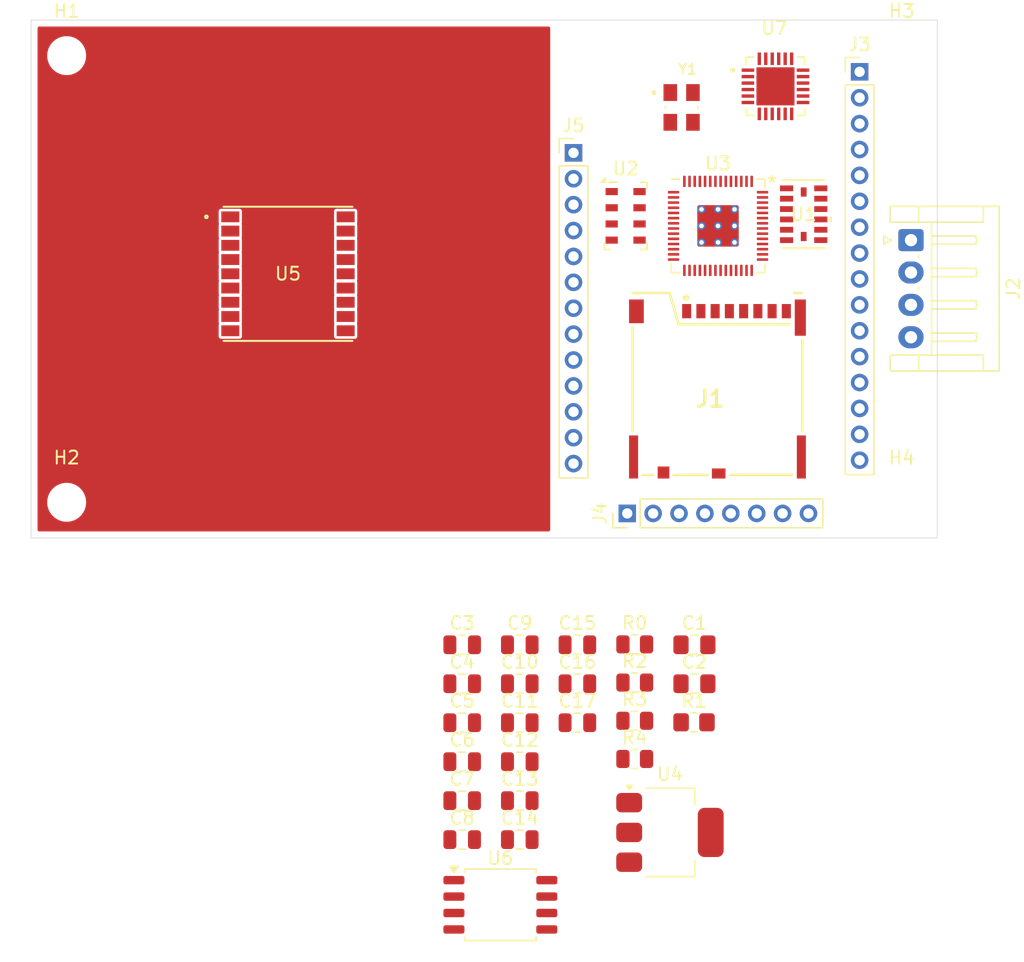
<source format=kicad_pcb>
(kicad_pcb (version 20241229) (generator "pcbnew") (generator_version "9.0")
  (layers (0 "F.Cu" signal) (2 "B.Cu" signal) (13 "F.Paste" user) (15 "B.Paste" user) (5 "F.SilkS" user "F.Silkscreen") (7 "B.SilkS" user "B.Silkscreen") (1 "F.Mask" user) (3 "B.Mask" user) (25 "Edge.Cuts" user))
  (net 0 "")
  (net 11 "GND")
  (net 12 "Net-(C2-Pad2)")
  (net 13 "5V")
  (net 34 "Net-(U2-CSB-Pad4)")
  (net 125 "3V3")
  (net 126 "+3V3")
  (net 127 "+1V1")
  (net 128 "/QSPI_SS")
  (net 129 "/~{USB_BOOT}")
  (net 130 "/USB_D+")
  (net 133 "/USB_D-")
  (net 134 "/QSPI_SCLK")
  (net 135 "/QSPI_SD2")
  (net 136 "/QSPI_SD1")
  (net 137 "/QSPI_SD3")
  (net 138 "/QSPI_SD0")
  (net 139 "/XIN")
  (net 140 "/RX")
  (net 141 "/TX")
  (net 142 "/XOUT")
  (footprint "Capacitor_SMD:C_0805_2012Metric" (layer "F.Cu") (at 187.75 108.755)
    (property "Reference" "C9" (at 0 -1.68 0) (layer "F.SilkS"))
    (property "Value" "100n")
    (fp_line (start -0.261252 -0.735) (end 0.261252 -0.735) (stroke (width 0.12)) (layer "F.SilkS"))
    (fp_line (start -0.261252 0.735) (end 0.261252 0.735) (stroke (width 0.12)) (layer "F.SilkS"))
    (pad "1" smd roundrect (at -0.95 0) (size 1 1.45) (layers "F.Cu" "F.Mask" "F.Paste") (net 126 "+3V3"))
    (pad "2" smd roundrect (at 0.95 0) (size 1 1.45) (layers "F.Cu" "F.Mask" "F.Paste") (net 11 "GND"))
  )
  (footprint "Capacitor_SMD:C_0805_2012Metric" (layer "F.Cu") (at 187.75 123.805)
    (property "Reference" "C14" (at 0 -1.68 0) (layer "F.SilkS"))
    (property "Value" "100n")
    (fp_line (start -0.261252 -0.735) (end 0.261252 -0.735) (stroke (width 0.12)) (layer "F.SilkS"))
    (fp_line (start -0.261252 0.735) (end 0.261252 0.735) (stroke (width 0.12)) (layer "F.SilkS"))
    (pad "1" smd roundrect (at -0.95 0) (size 1 1.45) (layers "F.Cu" "F.Mask" "F.Paste") (net 126 "+3V3"))
    (pad "2" smd roundrect (at 0.95 0) (size 1 1.45) (layers "F.Cu" "F.Mask" "F.Paste") (net 11 "GND"))
  )
  (footprint "Resistor_SMD:R_0805_2012Metric" (layer "F.Cu") (at 196.63 111.675)
    (property "Reference" "R2" (at 0 -1.65 0) (layer "F.SilkS"))
    (property "Value" "1k")
    (fp_line (start -0.227064 -0.735) (end 0.227064 -0.735) (stroke (width 0.12)) (layer "F.SilkS"))
    (fp_line (start -0.227064 0.735) (end 0.227064 0.735) (stroke (width 0.12)) (layer "F.SilkS"))
    (pad "1" smd roundrect (at -0.9125 0) (size 1.025 1.4) (layers "F.Cu" "F.Mask" "F.Paste") (roundrect_rratio 0.243902) (net 128 "/QSPI_SS"))
    (pad "2" smd roundrect (at 0.9125 0) (size 1.025 1.4) (layers "F.Cu" "F.Mask" "F.Paste") (roundrect_rratio 0.243902) (net 129 "/~{USB_BOOT}"))
  )
  (footprint "MountingHole:MountingHole_2.5mm" (layer "F.Cu") (at 152.75 97.75)
    (property "Reference" "H2" (at 0 -3.45 0) (layer "F.SilkS"))
    (property "Value" "MountingHole")
    (pad "" np_thru_hole circle (at 0 0) (size 2.5 2.5) (drill 2.5) (layers "*.Cu" "*.Mask"))
  )
  (footprint "SRAD_fligh_comp2026:503398-1892-1" (layer "F.Cu") (at 196.47 81.585)
    (property "Reference" "J1" (at 5.996 8.167 0) (layer "F.SilkS") (effects (font (size 1.27 1.27) (thickness 0.254))))
    (property "Value" "503398-1892" (hide yes))
    (fp_line (start 0 0) (end 2.849 0) (stroke (width 0.2)) (layer "F.SilkS"))
    (fp_line (start 0 2.65) (end 0 10.648) (stroke (width 0.2)) (layer "F.SilkS"))
    (fp_line (start 0.74 14.05) (end 1.6 14.05) (stroke (width 0.2)) (layer "F.SilkS"))
    (fp_line (start 2.849 0) (end 3.554 2.42) (stroke (width 0.2)) (layer "F.SilkS"))
    (fp_line (start 3.15 14.05) (end 5.8 14.05) (stroke (width 0.2)) (layer "F.SilkS"))
    (fp_line (start 3.554 2.42) (end 12.109 2.42) (stroke (width 0.2)) (layer "F.SilkS"))
    (fp_line (start 7.5 14.05) (end 12.3 14.05) (stroke (width 0.2)) (layer "F.SilkS"))
    (fp_line (start 13.1 0) (end 12.474 0) (stroke (width 0.2)) (layer "F.SilkS"))
    (fp_line (start 13.1 3.65) (end 13.1 10.65) (stroke (width 0.2)) (layer "F.SilkS"))
    (fp_circle (center 4.116 0.356) (end 4.116 0.41057) (stroke (width 0.2)) (fill no) (layer "F.SilkS"))
    (pad "1" smd rect (at 4.17 1.4) (size 0.7 1.1) (layers "F.Cu" "F.Mask" "F.Paste"))
    (pad "2" smd rect (at 5.27 1.4) (size 0.7 1.1) (layers "F.Cu" "F.Mask" "F.Paste"))
    (pad "3" smd rect (at 6.37 1.4) (size 0.7 1.1) (layers "F.Cu" "F.Mask" "F.Paste"))
    (pad "4" smd rect (at 7.47 1.4) (size 0.7 1.1) (layers "F.Cu" "F.Mask" "F.Paste"))
    (pad "5" smd rect (at 8.57 1.4) (size 0.7 1.1) (layers "F.Cu" "F.Mask" "F.Paste"))
    (pad "6" smd rect (at 9.67 1.4) (size 0.7 1.1) (layers "F.Cu" "F.Mask" "F.Paste"))
    (pad "7" smd rect (at 10.77 1.4) (size 0.7 1.1) (layers "F.Cu" "F.Mask" "F.Paste"))
    (pad "8" smd rect (at 11.87 1.4) (size 0.7 1.1) (layers "F.Cu" "F.Mask" "F.Paste"))
    (pad "9" smd rect (at 2.38 13.865) (size 0.9 0.93) (layers "F.Cu" "F.Mask" "F.Paste"))
    (pad "10" smd rect (at 6.645 13.94 90) (size 0.78 1.05) (layers "F.Cu" "F.Mask" "F.Paste"))
    (pad "11" smd rect (at 13.03 12.665) (size 0.7 3.33) (layers "F.Cu" "F.Mask" "F.Paste"))
    (pad "12" smd rect (at 12.95 1.9) (size 0.86 2.8) (layers "F.Cu" "F.Mask" "F.Paste"))
    (pad "13" smd rect (at 0.29 1.415) (size 1.14 1.83) (layers "F.Cu" "F.Mask" "F.Paste"))
    (pad "14" smd rect (at 0.07 12.665) (size 0.7 3.33) (layers "F.Cu" "F.Mask" "F.Paste"))
  )
  (footprint "Capacitor_SMD:C_0805_2012Metric" (layer "F.Cu") (at 183.3 117.785)
    (property "Reference" "C6" (at 0 -1.68 0) (layer "F.SilkS"))
    (property "Value" "100n")
    (fp_line (start -0.261252 -0.735) (end 0.261252 -0.735) (stroke (width 0.12)) (layer "F.SilkS"))
    (fp_line (start -0.261252 0.735) (end 0.261252 0.735) (stroke (width 0.12)) (layer "F.SilkS"))
    (pad "1" smd roundrect (at -0.95 0) (size 1 1.45) (layers "F.Cu" "F.Mask" "F.Paste") (net 127 "+1V1"))
    (pad "2" smd roundrect (at 0.95 0) (size 1 1.45) (layers "F.Cu" "F.Mask" "F.Paste") (net 11 "GND"))
  )
  (footprint "MountingHole:MountingHole_2.5mm" (layer "F.Cu") (at 152.75 63.25)
    (property "Reference" "H1" (at 0 -3.45 0) (layer "F.SilkS"))
    (property "Value" "MountingHole")
    (pad "" np_thru_hole circle (at 0 0) (size 2.5 2.5) (drill 2.5) (layers "*.Cu" "*.Mask"))
  )
  (footprint "Package_LGA:LGA-8_3x5mm_P1.25mm" (layer "F.Cu") (at 195.925 75.625)
    (property "Reference" "U2" (at 0 -3.65 0) (layer "F.SilkS"))
    (property "Value" "MS5607-02BA")
    (fp_line (start -1.65 2.6) (end -1.65 2.1) (stroke (width 0.12)) (layer "F.SilkS"))
    (fp_line (start -1.35 -2.6) (end -0.6 -2.6) (stroke (width 0.12)) (layer "F.SilkS"))
    (fp_line (start -1.15 2.6) (end -1.65 2.6) (stroke (width 0.12)) (layer "F.SilkS"))
    (fp_line (start 1.15 -2.6) (end 1.65 -2.6) (stroke (width 0.12)) (layer "F.SilkS"))
    (fp_line (start 1.65 -2.6) (end 1.65 -2.1) (stroke (width 0.12)) (layer "F.SilkS"))
    (fp_line (start 1.65 2.1) (end 1.65 2.6) (stroke (width 0.12)) (layer "F.SilkS"))
    (fp_line (start 1.65 2.6) (end 1.15 2.6) (stroke (width 0.12)) (layer "F.SilkS"))
    (fp_poly (pts (xy -1.55 -2.6) (xy -1.91 -2.6) (xy -1.55 -2.96) (xy -1.55 -2.6)) (stroke (width 0.12)) (fill yes) (layer "F.SilkS"))
    (pad "1" smd rect (at -1.075 -1.875) (size 0.95 0.55) (layers "F.Cu" "F.Mask" "F.Paste"))
    (pad "2" smd rect (at -1.075 -0.625) (size 0.95 0.55) (layers "F.Cu" "F.Mask" "F.Paste"))
    (pad "3" smd rect (at -1.075 0.625) (size 0.95 0.55) (layers "F.Cu" "F.Mask" "F.Paste"))
    (pad "4" smd rect (at -1.075 1.875) (size 0.95 0.55) (layers "F.Cu" "F.Mask" "F.Paste") (net 34 "Net-(U2-CSB-Pad4)"))
    (pad "5" smd rect (at 1.075 1.875) (size 0.95 0.55) (layers "F.Cu" "F.Mask" "F.Paste") (net 34 "Net-(U2-CSB-Pad4)"))
    (pad "6" smd rect (at 1.075 0.625) (size 0.95 0.55) (layers "F.Cu" "F.Mask" "F.Paste"))
    (pad "7" smd rect (at 1.075 -0.625) (size 0.95 0.55) (layers "F.Cu" "F.Mask" "F.Paste"))
    (pad "8" smd rect (at 1.075 -1.875) (size 0.95 0.55) (layers "F.Cu" "F.Mask" "F.Paste"))
  )
  (footprint "MountingHole:MountingHole_2.5mm" (layer "F.Cu") (at 217.25 97.75)
    (property "Reference" "H4" (at 0 -3.45 0) (layer "F.SilkS"))
    (property "Value" "MountingHole")
    (pad "" np_thru_hole circle (at 0 0) (size 2.5 2.5) (drill 2.5) (layers "*.Cu" "*.Mask"))
  )
  (footprint "SRAD_fligh_comp2026:MOD18_MAX-M10M_UBL" (layer "F.Cu") (at 169.8447 80.099999)
    (property "Reference" "U5" (at 0 0 0) (layer "F.SilkS"))
    (property "Value" "MAX-M10M-00B")
    (fp_line (start -4.9784 5.1816) (end 4.9784 5.1816) (stroke (width 0.1524)) (layer "F.SilkS"))
    (fp_line (start 4.9784 -5.1816) (end -4.9784 -5.1816) (stroke (width 0.1524)) (layer "F.SilkS"))
    (fp_circle (center -6.302199 -4.4) (end -6.200599 -4.4) (stroke (width 0.1524)) (fill no) (layer "F.SilkS"))
    (pad "1" smd rect (at -4.4553 -4.399999) (size 1.392199 0.839) (layers "F.Cu" "F.Mask" "F.Paste"))
    (pad "2" smd rect (at -4.4553 -3.300001) (size 1.392199 0.839) (layers "F.Cu" "F.Mask" "F.Paste"))
    (pad "3" smd rect (at -4.4553 -2.200001) (size 1.392199 0.839) (layers "F.Cu" "F.Mask" "F.Paste"))
    (pad "4" smd rect (at -4.4553 -1.1) (size 1.392199 0.839) (layers "F.Cu" "F.Mask" "F.Paste"))
    (pad "5" smd rect (at -4.4553 0) (size 1.392199 0.839) (layers "F.Cu" "F.Mask" "F.Paste"))
    (pad "6" smd rect (at -4.4553 1.1) (size 1.392199 0.839) (layers "F.Cu" "F.Mask" "F.Paste"))
    (pad "7" smd rect (at -4.4553 2.200001) (size 1.392199 0.839) (layers "F.Cu" "F.Mask" "F.Paste"))
    (pad "8" smd rect (at -4.4553 3.300001) (size 1.392199 0.839) (layers "F.Cu" "F.Mask" "F.Paste"))
    (pad "9" smd rect (at -4.4553 4.400001) (size 1.392199 0.839) (layers "F.Cu" "F.Mask" "F.Paste"))
    (pad "10" smd rect (at 4.4553 4.399999) (size 1.392199 0.839) (layers "F.Cu" "F.Mask" "F.Paste"))
    (pad "11" smd rect (at 4.4553 3.300001) (size 1.392199 0.839) (layers "F.Cu" "F.Mask" "F.Paste"))
    (pad "12" smd rect (at 4.4553 2.200001) (size 1.392199 0.839) (layers "F.Cu" "F.Mask" "F.Paste"))
    (pad "13" smd rect (at 4.4553 1.1) (size 1.392199 0.839) (layers "F.Cu" "F.Mask" "F.Paste"))
    (pad "14" smd rect (at 4.4553 0) (size 1.392199 0.839) (layers "F.Cu" "F.Mask" "F.Paste"))
    (pad "15" smd rect (at 4.4553 -1.1) (size 1.392199 0.839) (layers "F.Cu" "F.Mask" "F.Paste"))
    (pad "16" smd rect (at 4.4553 -2.200001) (size 1.392199 0.839) (layers "F.Cu" "F.Mask" "F.Paste"))
    (pad "17" smd rect (at 4.4553 -3.300001) (size 1.392199 0.839) (layers "F.Cu" "F.Mask" "F.Paste"))
    (pad "18" smd rect (at 4.4553 -4.400001) (size 1.392199 0.839) (layers "F.Cu" "F.Mask" "F.Paste"))
  )
  (footprint "Capacitor_SMD:C_0805_2012Metric" (layer "F.Cu") (at 183.3 108.755)
    (property "Reference" "C3" (at 0 -1.68 0) (layer "F.SilkS"))
    (property "Value" "10u")
    (fp_line (start -0.261252 -0.735) (end 0.261252 -0.735) (stroke (width 0.12)) (layer "F.SilkS"))
    (fp_line (start -0.261252 0.735) (end 0.261252 0.735) (stroke (width 0.12)) (layer "F.SilkS"))
    (pad "1" smd roundrect (at -0.95 0) (size 1 1.45) (layers "F.Cu" "F.Mask" "F.Paste") (net 13 "5V"))
    (pad "2" smd roundrect (at 0.95 0) (size 1 1.45) (layers "F.Cu" "F.Mask" "F.Paste") (net 11 "GND"))
  )
  (footprint "Capacitor_SMD:C_0805_2012Metric" (layer "F.Cu") (at 187.75 120.795)
    (property "Reference" "C13" (at 0 -1.68 0) (layer "F.SilkS"))
    (property "Value" "100n")
    (fp_line (start -0.261252 -0.735) (end 0.261252 -0.735) (stroke (width 0.12)) (layer "F.SilkS"))
    (fp_line (start -0.261252 0.735) (end 0.261252 0.735) (stroke (width 0.12)) (layer "F.SilkS"))
    (pad "1" smd roundrect (at -0.95 0) (size 1 1.45) (layers "F.Cu" "F.Mask" "F.Paste") (net 126 "+3V3"))
    (pad "2" smd roundrect (at 0.95 0) (size 1 1.45) (layers "F.Cu" "F.Mask" "F.Paste") (net 11 "GND"))
  )
  (footprint "SRAD_fligh_comp2026:RP2040-QFN-56" (layer "F.Cu") (at 203.0625 76.4)
    (property "Reference" "U3" (at 0 -4.82 0) (layer "F.SilkS"))
    (property "Value" "RP2040")
    (fp_line (start -3.61 3.61) (end -3.61 2.96) (stroke (width 0.12)) (layer "F.SilkS"))
    (fp_line (start -2.96 -3.61) (end -3.61 -3.61) (stroke (width 0.12)) (layer "F.SilkS"))
    (fp_line (start -2.96 3.61) (end -3.61 3.61) (stroke (width 0.12)) (layer "F.SilkS"))
    (fp_line (start 2.96 -3.61) (end 3.61 -3.61) (stroke (width 0.12)) (layer "F.SilkS"))
    (fp_line (start 2.96 3.61) (end 3.61 3.61) (stroke (width 0.12)) (layer "F.SilkS"))
    (fp_line (start 3.61 -3.61) (end 3.61 -2.96) (stroke (width 0.12)) (layer "F.SilkS"))
    (fp_line (start 3.61 3.61) (end 3.61 2.96) (stroke (width 0.12)) (layer "F.SilkS"))
    (pad "1" smd roundrect (at -3.4375 -2.6) (size 0.875 0.2) (layers "F.Cu" "F.Mask" "F.Paste") (net 126 "+3V3"))
    (pad "2" smd roundrect (at -3.4375 -2.2) (size 0.875 0.2) (layers "F.Cu" "F.Mask" "F.Paste"))
    (pad "3" smd roundrect (at -3.4375 -1.8) (size 0.875 0.2) (layers "F.Cu" "F.Mask" "F.Paste"))
    (pad "4" smd roundrect (at -3.4375 -1.4) (size 0.875 0.2) (layers "F.Cu" "F.Mask" "F.Paste"))
    (pad "5" smd roundrect (at -3.4375 -1) (size 0.875 0.2) (layers "F.Cu" "F.Mask" "F.Paste"))
    (pad "6" smd roundrect (at -3.4375 -0.6) (size 0.875 0.2) (layers "F.Cu" "F.Mask" "F.Paste"))
    (pad "7" smd roundrect (at -3.4375 -0.2) (size 0.875 0.2) (layers "F.Cu" "F.Mask" "F.Paste"))
    (pad "8" smd roundrect (at -3.4375 0.2) (size 0.875 0.2) (layers "F.Cu" "F.Mask" "F.Paste"))
    (pad "9" smd roundrect (at -3.4375 0.6) (size 0.875 0.2) (layers "F.Cu" "F.Mask" "F.Paste"))
    (pad "10" smd roundrect (at -3.4375 1) (size 0.875 0.2) (layers "F.Cu" "F.Mask" "F.Paste") (net 126 "+3V3"))
    (pad "11" smd roundrect (at -3.4375 1.4) (size 0.875 0.2) (layers "F.Cu" "F.Mask" "F.Paste"))
    (pad "12" smd roundrect (at -3.4375 1.8) (size 0.875 0.2) (layers "F.Cu" "F.Mask" "F.Paste"))
    (pad "13" smd roundrect (at -3.4375 2.2) (size 0.875 0.2) (layers "F.Cu" "F.Mask" "F.Paste"))
    (pad "14" smd roundrect (at -3.4375 2.6) (size 0.875 0.2) (layers "F.Cu" "F.Mask" "F.Paste"))
    (pad "15" smd roundrect (at -2.6 3.4375) (size 0.2 0.875) (layers "F.Cu" "F.Mask" "F.Paste"))
    (pad "16" smd roundrect (at -2.2 3.4375) (size 0.2 0.875) (layers "F.Cu" "F.Mask" "F.Paste"))
    (pad "17" smd roundrect (at -1.8 3.4375) (size 0.2 0.875) (layers "F.Cu" "F.Mask" "F.Paste"))
    (pad "18" smd roundrect (at -1.4 3.4375) (size 0.2 0.875) (layers "F.Cu" "F.Mask" "F.Paste"))
    (pad "19" smd roundrect (at -1 3.4375) (size 0.2 0.875) (layers "F.Cu" "F.Mask" "F.Paste") (net 11 "GND"))
    (pad "20" smd roundrect (at -0.6 3.4375) (size 0.2 0.875) (layers "F.Cu" "F.Mask" "F.Paste") (net 139 "/XIN"))
    (pad "21" smd roundrect (at -0.2 3.4375) (size 0.2 0.875) (layers "F.Cu" "F.Mask" "F.Paste") (net 142 "/XOUT"))
    (pad "22" smd roundrect (at 0.2 3.4375) (size 0.2 0.875) (layers "F.Cu" "F.Mask" "F.Paste") (net 126 "+3V3"))
    (pad "23" smd roundrect (at 0.6 3.4375) (size 0.2 0.875) (layers "F.Cu" "F.Mask" "F.Paste") (net 127 "+1V1"))
    (pad "24" smd roundrect (at 1 3.4375) (size 0.2 0.875) (layers "F.Cu" "F.Mask" "F.Paste"))
    (pad "25" smd roundrect (at 1.4 3.4375) (size 0.2 0.875) (layers "F.Cu" "F.Mask" "F.Paste"))
    (pad "26" smd roundrect (at 1.8 3.4375) (size 0.2 0.875) (layers "F.Cu" "F.Mask" "F.Paste"))
    (pad "27" smd roundrect (at 2.2 3.4375) (size 0.2 0.875) (layers "F.Cu" "F.Mask" "F.Paste"))
    (pad "28" smd roundrect (at 2.6 3.4375) (size 0.2 0.875) (layers "F.Cu" "F.Mask" "F.Paste"))
    (pad "29" smd roundrect (at 3.4375 2.6) (size 0.875 0.2) (layers "F.Cu" "F.Mask" "F.Paste"))
    (pad "30" smd roundrect (at 3.4375 2.2) (size 0.875 0.2) (layers "F.Cu" "F.Mask" "F.Paste"))
    (pad "31" smd roundrect (at 3.4375 1.8) (size 0.875 0.2) (layers "F.Cu" "F.Mask" "F.Paste"))
    (pad "32" smd roundrect (at 3.4375 1.4) (size 0.875 0.2) (layers "F.Cu" "F.Mask" "F.Paste"))
    (pad "33" smd roundrect (at 3.4375 1) (size 0.875 0.2) (layers "F.Cu" "F.Mask" "F.Paste") (net 126 "+3V3"))
    (pad "34" smd roundrect (at 3.4375 0.6) (size 0.875 0.2) (layers "F.Cu" "F.Mask" "F.Paste"))
    (pad "35" smd roundrect (at 3.4375 0.2) (size 0.875 0.2) (layers "F.Cu" "F.Mask" "F.Paste"))
    (pad "36" smd roundrect (at 3.4375 -0.2) (size 0.875 0.2) (layers "F.Cu" "F.Mask" "F.Paste"))
    (pad "37" smd roundrect (at 3.4375 -0.6) (size 0.875 0.2) (layers "F.Cu" "F.Mask" "F.Paste"))
    (pad "38" smd roundrect (at 3.4375 -1) (size 0.875 0.2) (layers "F.Cu" "F.Mask" "F.Paste"))
    (pad "39" smd roundrect (at 3.4375 -1.4) (size 0.875 0.2) (layers "F.Cu" "F.Mask" "F.Paste"))
    (pad "40" smd roundrect (at 3.4375 -1.8) (size 0.875 0.2) (layers "F.Cu" "F.Mask" "F.Paste"))
    (pad "41" smd roundrect (at 3.4375 -2.2) (size 0.875 0.2) (layers "F.Cu" "F.Mask" "F.Paste"))
    (pad "42" smd roundrect (at 3.4375 -2.6) (size 0.875 0.2) (layers "F.Cu" "F.Mask" "F.Paste") (net 126 "+3V3"))
    (pad "43" smd roundrect (at 2.6 -3.4375) (size 0.2 0.875) (layers "F.Cu" "F.Mask" "F.Paste") (net 126 "+3V3"))
    (pad "44" smd roundrect (at 2.2 -3.4375) (size 0.2 0.875) (layers "F.Cu" "F.Mask" "F.Paste") (net 126 "+3V3"))
    (pad "45" smd roundrect (at 1.8 -3.4375) (size 0.2 0.875) (layers "F.Cu" "F.Mask" "F.Paste") (net 127 "+1V1"))
    (pad "46" smd roundrect (at 1.4 -3.4375) (size 0.2 0.875) (layers "F.Cu" "F.Mask" "F.Paste"))
    (pad "47" smd roundrect (at 1 -3.4375) (size 0.2 0.875) (layers "F.Cu" "F.Mask" "F.Paste"))
    (pad "48" smd roundrect (at 0.6 -3.4375) (size 0.2 0.875) (layers "F.Cu" "F.Mask" "F.Paste") (net 126 "+3V3"))
    (pad "49" smd roundrect (at 0.2 -3.4375) (size 0.2 0.875) (layers "F.Cu" "F.Mask" "F.Paste") (net 126 "+3V3"))
    (pad "50" smd roundrect (at -0.2 -3.4375) (size 0.2 0.875) (layers "F.Cu" "F.Mask" "F.Paste") (net 127 "+1V1"))
    (pad "51" smd roundrect (at -0.6 -3.4375) (size 0.2 0.875) (layers "F.Cu" "F.Mask" "F.Paste") (net 137 "/QSPI_SD3"))
    (pad "52" smd roundrect (at -1 -3.4375) (size 0.2 0.875) (layers "F.Cu" "F.Mask" "F.Paste") (net 134 "/QSPI_SCLK"))
    (pad "53" smd roundrect (at -1.4 -3.4375) (size 0.2 0.875) (layers "F.Cu" "F.Mask" "F.Paste") (net 138 "/QSPI_SD0"))
    (pad "54" smd roundrect (at -1.8 -3.4375) (size 0.2 0.875) (layers "F.Cu" "F.Mask" "F.Paste") (net 135 "/QSPI_SD2"))
    (pad "55" smd roundrect (at -2.2 -3.4375) (size 0.2 0.875) (layers "F.Cu" "F.Mask" "F.Paste") (net 136 "/QSPI_SD1"))
    (pad "56" smd roundrect (at -2.6 -3.4375) (size 0.2 0.875) (layers "F.Cu" "F.Mask" "F.Paste") (net 128 "/QSPI_SS"))
    (pad "57" thru_hole circle (at -1.275 -1.275) (size 0.6 0.6) (drill 0.35) (layers "*.Cu") (net 11 "GND"))
    (pad "57" thru_hole circle (at -1.275 0) (size 0.6 0.6) (drill 0.35) (layers "*.Cu") (net 11 "GND"))
    (pad "57" thru_hole circle (at -1.275 1.275) (size 0.6 0.6) (drill 0.35) (layers "*.Cu") (net 11 "GND"))
    (pad "57" thru_hole circle (at 0 -1.275) (size 0.6 0.6) (drill 0.35) (layers "*.Cu") (net 11 "GND"))
    (pad "57" thru_hole circle (at 0 0) (size 0.6 0.6) (drill 0.35) (layers "*.Cu") (net 11 "GND"))
    (pad "57" smd roundrect (at 0 0) (size 3.2 3.2) (layers "F.Cu" "F.Mask") (roundrect_rratio 0.045) (net 11 "GND"))
    (pad "57" thru_hole circle (at 0 1.275) (size 0.6 0.6) (drill 0.35) (layers "*.Cu") (net 11 "GND"))
    (pad "57" thru_hole circle (at 1.275 -1.275) (size 0.6 0.6) (drill 0.35) (layers "*.Cu") (net 11 "GND"))
    (pad "57" thru_hole circle (at 1.275 0) (size 0.6 0.6) (drill 0.35) (layers "*.Cu") (net 11 "GND"))
    (pad "57" thru_hole circle (at 1.275 1.275) (size 0.6 0.6) (drill 0.35) (layers "*.Cu") (net 11 "GND"))
  )
  (footprint "IIM-20670:QFN50P450X450X115-25N" (layer "F.Cu") (at 207.5 65.62)
    (property "Reference" "U7" (at -0.095 -4.5 0) (layer "F.SilkS"))
    (property "Value" "IIM-20670")
    (fp_line (start -2.25 -2.25) (end -2.25 -1.7) (stroke (width 0.127)) (layer "F.SilkS"))
    (fp_line (start -2.25 -2.25) (end -1.7 -2.25) (stroke (width 0.127)) (layer "F.SilkS"))
    (fp_line (start -2.25 2.25) (end -2.25 1.7) (stroke (width 0.127)) (layer "F.SilkS"))
    (fp_line (start -2.25 2.25) (end -1.7 2.25) (stroke (width 0.127)) (layer "F.SilkS"))
    (fp_line (start 2.25 -2.25) (end 1.7 -2.25) (stroke (width 0.127)) (layer "F.SilkS"))
    (fp_line (start 2.25 -2.25) (end 2.25 -1.7) (stroke (width 0.127)) (layer "F.SilkS"))
    (fp_line (start 2.25 2.25) (end 1.7 2.25) (stroke (width 0.127)) (layer "F.SilkS"))
    (fp_line (start 2.25 2.25) (end 2.25 1.7) (stroke (width 0.127)) (layer "F.SilkS"))
    (fp_circle (center -3.3 -1.25) (end -3.2 -1.25) (stroke (width 0.2)) (fill no) (layer "F.SilkS"))
    (pad "1" smd roundrect (at -2.13 -1.25) (size 0.97 0.26) (layers "F.Cu" "F.Mask" "F.Paste") (roundrect_rratio 0.095))
    (pad "2" smd roundrect (at -2.13 -0.75) (size 0.97 0.26) (layers "F.Cu" "F.Mask" "F.Paste") (roundrect_rratio 0.095) (net 11 "GND"))
    (pad "3" smd roundrect (at -2.13 -0.25) (size 0.97 0.26) (layers "F.Cu" "F.Mask" "F.Paste") (roundrect_rratio 0.095) (net 11 "GND"))
    (pad "4" smd roundrect (at -2.13 0.25) (size 0.97 0.26) (layers "F.Cu" "F.Mask" "F.Paste") (roundrect_rratio 0.095) (net 11 "GND"))
    (pad "5" smd roundrect (at -2.13 0.75) (size 0.97 0.26) (layers "F.Cu" "F.Mask" "F.Paste") (roundrect_rratio 0.095) (net 11 "GND"))
    (pad "6" smd roundrect (at -2.13 1.25) (size 0.97 0.26) (layers "F.Cu" "F.Mask" "F.Paste") (roundrect_rratio 0.095))
    (pad "7" smd roundrect (at -1.25 2.13) (size 0.26 0.97) (layers "F.Cu" "F.Mask" "F.Paste") (roundrect_rratio 0.095) (net 11 "GND"))
    (pad "8" smd roundrect (at -0.75 2.13) (size 0.26 0.97) (layers "F.Cu" "F.Mask" "F.Paste") (roundrect_rratio 0.095))
    (pad "9" smd roundrect (at -0.25 2.13) (size 0.26 0.97) (layers "F.Cu" "F.Mask" "F.Paste") (roundrect_rratio 0.095))
    (pad "10" smd roundrect (at 0.25 2.13) (size 0.26 0.97) (layers "F.Cu" "F.Mask" "F.Paste") (roundrect_rratio 0.095))
    (pad "11" smd roundrect (at 0.75 2.13) (size 0.26 0.97) (layers "F.Cu" "F.Mask" "F.Paste") (roundrect_rratio 0.095))
    (pad "12" smd roundrect (at 1.25 2.13) (size 0.26 0.97) (layers "F.Cu" "F.Mask" "F.Paste") (roundrect_rratio 0.095))
    (pad "13" smd roundrect (at 2.13 1.25) (size 0.97 0.26) (layers "F.Cu" "F.Mask" "F.Paste") (roundrect_rratio 0.095))
    (pad "14" smd roundrect (at 2.13 0.75) (size 0.97 0.26) (layers "F.Cu" "F.Mask" "F.Paste") (roundrect_rratio 0.095) (net 11 "GND"))
    (pad "15" smd roundrect (at 2.13 0.25) (size 0.97 0.26) (layers "F.Cu" "F.Mask" "F.Paste") (roundrect_rratio 0.095) (net 11 "GND"))
    (pad "16" smd roundrect (at 2.13 -0.25) (size 0.97 0.26) (layers "F.Cu" "F.Mask" "F.Paste") (roundrect_rratio 0.095) (net 11 "GND"))
    (pad "17" smd roundrect (at 2.13 -0.75) (size 0.97 0.26) (layers "F.Cu" "F.Mask" "F.Paste") (roundrect_rratio 0.095) (net 11 "GND"))
    (pad "18" smd roundrect (at 2.13 -1.25) (size 0.97 0.26) (layers "F.Cu" "F.Mask" "F.Paste") (roundrect_rratio 0.095))
    (pad "19" smd roundrect (at 1.25 -2.13) (size 0.26 0.97) (layers "F.Cu" "F.Mask" "F.Paste") (roundrect_rratio 0.095))
    (pad "20" smd roundrect (at 0.75 -2.13) (size 0.26 0.97) (layers "F.Cu" "F.Mask" "F.Paste") (roundrect_rratio 0.095))
    (pad "21" smd roundrect (at 0.25 -2.13) (size 0.26 0.97) (layers "F.Cu" "F.Mask" "F.Paste") (roundrect_rratio 0.095))
    (pad "22" smd roundrect (at -0.25 -2.13) (size 0.26 0.97) (layers "F.Cu" "F.Mask" "F.Paste") (roundrect_rratio 0.095) (net 11 "GND"))
    (pad "23" smd roundrect (at -0.75 -2.13) (size 0.26 0.97) (layers "F.Cu" "F.Mask" "F.Paste") (roundrect_rratio 0.095))
    (pad "24" smd roundrect (at -1.25 -2.13) (size 0.26 0.97) (layers "F.Cu" "F.Mask" "F.Paste") (roundrect_rratio 0.095))
    (pad "25" smd rect (at 0 0) (size 2.94 2.94) (layers "F.Cu" "F.Mask"))
  )
  (footprint "Capacitor_SMD:C_0805_2012Metric" (layer "F.Cu") (at 183.3 114.775)
    (property "Reference" "C5" (at 0 -1.68 0) (layer "F.SilkS"))
    (property "Value" "100n")
    (fp_line (start -0.261252 -0.735) (end 0.261252 -0.735) (stroke (width 0.12)) (layer "F.SilkS"))
    (fp_line (start -0.261252 0.735) (end 0.261252 0.735) (stroke (width 0.12)) (layer "F.SilkS"))
    (pad "1" smd roundrect (at -0.95 0) (size 1 1.45) (layers "F.Cu" "F.Mask" "F.Paste") (net 126 "+3V3"))
    (pad "2" smd roundrect (at 0.95 0) (size 1 1.45) (layers "F.Cu" "F.Mask" "F.Paste") (net 11 "GND"))
  )
  (footprint "Connector_PinHeader_2.00mm:PinHeader_1x08_P2.00mm_Vertical" (layer "F.Cu") (at 196.05 98.61 90)
    (property "Reference" "J4" (at 0 -2.11 90) (layer "F.SilkS"))
    (property "Value" "Conn_01x08_Pin")
    (fp_line (start -1.11 -1.11) (end 0 -1.11) (stroke (width 0.12)) (layer "F.SilkS"))
    (fp_line (start -1.11 0) (end -1.11 -1.11) (stroke (width 0.12)) (layer "F.SilkS"))
    (fp_line (start 1.11 1) (end 1.11 15.11) (stroke (width 0.12)) (layer "F.SilkS"))
    (fp_line (start -1.11 1) (end 1.11 1) (stroke (width 0.12)) (layer "F.SilkS"))
    (fp_line (start -1.11 1) (end -1.11 15.11) (stroke (width 0.12)) (layer "F.SilkS"))
    (fp_line (start -1.11 15.11) (end 1.11 15.11) (stroke (width 0.12)) (layer "F.SilkS"))
    (pad "1" thru_hole rect (at 0 0 90) (size 1.35 1.35) (drill 0.8) (layers "*.Cu" "*.Mask"))
    (pad "2" thru_hole circle (at 0 2 90) (size 1.35 1.35) (drill 0.8) (layers "*.Cu" "*.Mask"))
    (pad "3" thru_hole circle (at 0 4 90) (size 1.35 1.35) (drill 0.8) (layers "*.Cu" "*.Mask"))
    (pad "4" thru_hole circle (at 0 6 90) (size 1.35 1.35) (drill 0.8) (layers "*.Cu" "*.Mask"))
    (pad "5" thru_hole circle (at 0 8 90) (size 1.35 1.35) (drill 0.8) (layers "*.Cu" "*.Mask"))
    (pad "6" thru_hole circle (at 0 10 90) (size 1.35 1.35) (drill 0.8) (layers "*.Cu" "*.Mask"))
    (pad "7" thru_hole circle (at 0 12 90) (size 1.35 1.35) (drill 0.8) (layers "*.Cu" "*.Mask"))
    (pad "8" thru_hole circle (at 0 14 90) (size 1.35 1.35) (drill 0.8) (layers "*.Cu" "*.Mask"))
  )
  (footprint "Capacitor_SMD:C_0805_2012Metric" (layer "F.Cu") (at 187.75 114.775)
    (property "Reference" "C11" (at 0 -1.68 0) (layer "F.SilkS"))
    (property "Value" "100n")
    (fp_line (start -0.261252 -0.735) (end 0.261252 -0.735) (stroke (width 0.12)) (layer "F.SilkS"))
    (fp_line (start -0.261252 0.735) (end 0.261252 0.735) (stroke (width 0.12)) (layer "F.SilkS"))
    (pad "1" smd roundrect (at -0.95 0) (size 1 1.45) (layers "F.Cu" "F.Mask" "F.Paste") (net 126 "+3V3"))
    (pad "2" smd roundrect (at 0.95 0) (size 1 1.45) (layers "F.Cu" "F.Mask" "F.Paste") (net 11 "GND"))
  )
  (footprint "Package_SO:SOIC-8_5.3x5.3mm_P1.27mm" (layer "F.Cu") (at 186.25 128.84)
    (property "Reference" "U6" (at 0 -3.6 0) (layer "F.SilkS"))
    (property "Value" "W25Q128JVS")
    (fp_line (start -2.76 -2.76) (end 2.76 -2.76) (stroke (width 0.12)) (layer "F.SilkS"))
    (fp_line (start -2.76 -2.49) (end -2.76 -2.76) (stroke (width 0.12)) (layer "F.SilkS"))
    (fp_line (start -2.76 2.76) (end -2.76 2.49) (stroke (width 0.12)) (layer "F.SilkS"))
    (fp_line (start 2.76 -2.76) (end 2.76 -2.49) (stroke (width 0.12)) (layer "F.SilkS"))
    (fp_line (start 2.76 2.49) (end 2.76 2.76) (stroke (width 0.12)) (layer "F.SilkS"))
    (fp_line (start 2.76 2.76) (end -2.76 2.76) (stroke (width 0.12)) (layer "F.SilkS"))
    (fp_poly (pts (xy -3.59 -2.5) (xy -3.93 -2.97) (xy -3.25 -2.97)) (stroke (width 0.12)) (fill yes) (layer "F.SilkS"))
    (pad "1" smd roundrect (at -3.5875 -1.905) (size 1.625 0.65) (layers "F.Cu" "F.Mask" "F.Paste") (net 128 "/QSPI_SS"))
    (pad "2" smd roundrect (at -3.5875 -0.635) (size 1.625 0.65) (layers "F.Cu" "F.Mask" "F.Paste") (net 136 "/QSPI_SD1"))
    (pad "3" smd roundrect (at -3.5875 0.635) (size 1.625 0.65) (layers "F.Cu" "F.Mask" "F.Paste") (net 135 "/QSPI_SD2"))
    (pad "4" smd roundrect (at -3.5875 1.905) (size 1.625 0.65) (layers "F.Cu" "F.Mask" "F.Paste") (net 11 "GND"))
    (pad "5" smd roundrect (at 3.5875 1.905) (size 1.625 0.65) (layers "F.Cu" "F.Mask" "F.Paste") (net 138 "/QSPI_SD0"))
    (pad "6" smd roundrect (at 3.5875 0.635) (size 1.625 0.65) (layers "F.Cu" "F.Mask" "F.Paste") (net 134 "/QSPI_SCLK"))
    (pad "7" smd roundrect (at 3.5875 -0.635) (size 1.625 0.65) (layers "F.Cu" "F.Mask" "F.Paste") (net 137 "/QSPI_SD3"))
    (pad "8" smd roundrect (at 3.5875 -1.905) (size 1.625 0.65) (layers "F.Cu" "F.Mask" "F.Paste") (net 126 "+3V3"))
  )
  (footprint "Capacitor_SMD:C_0805_2012Metric" (layer "F.Cu") (at 192.2 111.765)
    (property "Reference" "C16" (at 0 -1.68 0) (layer "F.SilkS"))
    (property "Value" "100n")
    (fp_line (start -0.261252 -0.735) (end 0.261252 -0.735) (stroke (width 0.12)) (layer "F.SilkS"))
    (fp_line (start -0.261252 0.735) (end 0.261252 0.735) (stroke (width 0.12)) (layer "F.SilkS"))
    (pad "1" smd roundrect (at -0.95 0) (size 1 1.45) (layers "F.Cu" "F.Mask" "F.Paste") (net 126 "+3V3"))
    (pad "2" smd roundrect (at 0.95 0) (size 1 1.45) (layers "F.Cu" "F.Mask" "F.Paste") (net 11 "GND"))
  )
  (footprint "Resistor_SMD:R_0805_2012Metric" (layer "F.Cu") (at 196.63 114.625)
    (property "Reference" "R3" (at 0 -1.65 0) (layer "F.SilkS"))
    (property "Value" "27")
    (fp_line (start -0.227064 -0.735) (end 0.227064 -0.735) (stroke (width 0.12)) (layer "F.SilkS"))
    (fp_line (start -0.227064 0.735) (end 0.227064 0.735) (stroke (width 0.12)) (layer "F.SilkS"))
    (pad "1" smd roundrect (at -0.9125 0) (size 1.025 1.4) (layers "F.Cu" "F.Mask" "F.Paste") (roundrect_rratio 0.243902) (net 130 "/USB_D+"))
    (pad "2" smd roundrect (at 0.9125 0) (size 1.025 1.4) (layers "F.Cu" "F.Mask" "F.Paste") (roundrect_rratio 0.243902))
  )
  (footprint "ABM8_272_T3:XTAL_ABM8-272-T3" (layer "F.Cu") (at 200.25 67.25)
    (property "Reference" "Y1" (at 0.45 -2.95 0) (layer "F.SilkS") (effects (font (size 0.787402 0.787402))))
    (property "Value" "ABM8-272-T3")
    (fp_line (start -1.25 -0.085) (end -1.25 0.085) (stroke (width 0.127)) (layer "F.SilkS"))
    (fp_line (start 1.25 -0.085) (end 1.25 0.085) (stroke (width 0.127)) (layer "F.SilkS"))
    (fp_circle (center -2.145 -1.15) (end -2.045 -1.15) (stroke (width 0.2)) (fill no) (layer "F.SilkS"))
    (pad "1" smd rect (at -0.875 -1.15) (size 1.05 1.3) (layers "F.Cu" "F.Mask" "F.Paste") (net 139 "/XIN"))
    (pad "2" smd rect (at -0.875 1.15) (size 1.05 1.3) (layers "F.Cu" "F.Mask" "F.Paste") (net 11 "GND"))
    (pad "3" smd rect (at 0.875 1.15) (size 1.05 1.3) (layers "F.Cu" "F.Mask" "F.Paste") (net 12 "Net-(C2-Pad2)"))
    (pad "4" smd rect (at 0.875 -1.15) (size 1.05 1.3) (layers "F.Cu" "F.Mask" "F.Paste") (net 11 "GND"))
  )
  (footprint "Capacitor_SMD:C_0805_2012Metric" (layer "F.Cu") (at 192.2 108.755)
    (property "Reference" "C15" (at 0 -1.68 0) (layer "F.SilkS"))
    (property "Value" "100n")
    (fp_line (start -0.261252 -0.735) (end 0.261252 -0.735) (stroke (width 0.12)) (layer "F.SilkS"))
    (fp_line (start -0.261252 0.735) (end 0.261252 0.735) (stroke (width 0.12)) (layer "F.SilkS"))
    (pad "1" smd roundrect (at -0.95 0) (size 1 1.45) (layers "F.Cu" "F.Mask" "F.Paste") (net 126 "+3V3"))
    (pad "2" smd roundrect (at 0.95 0) (size 1 1.45) (layers "F.Cu" "F.Mask" "F.Paste") (net 11 "GND"))
  )
  (footprint "Resistor_SMD:R_0805_2012Metric" (layer "F.Cu") (at 196.63 117.575)
    (property "Reference" "R4" (at 0 -1.65 0) (layer "F.SilkS"))
    (property "Value" "27")
    (fp_line (start -0.227064 -0.735) (end 0.227064 -0.735) (stroke (width 0.12)) (layer "F.SilkS"))
    (fp_line (start -0.227064 0.735) (end 0.227064 0.735) (stroke (width 0.12)) (layer "F.SilkS"))
    (pad "1" smd roundrect (at -0.9125 0) (size 1.025 1.4) (layers "F.Cu" "F.Mask" "F.Paste") (roundrect_rratio 0.243902) (net 133 "/USB_D-"))
    (pad "2" smd roundrect (at 0.9125 0) (size 1.025 1.4) (layers "F.Cu" "F.Mask" "F.Paste") (roundrect_rratio 0.243902))
  )
  (footprint "Capacitor_SMD:C_0805_2012Metric" (layer "F.Cu") (at 187.75 111.765)
    (property "Reference" "C10" (at 0 -1.68 0) (layer "F.SilkS"))
    (property "Value" "1u")
    (fp_line (start -0.261252 -0.735) (end 0.261252 -0.735) (stroke (width 0.12)) (layer "F.SilkS"))
    (fp_line (start -0.261252 0.735) (end 0.261252 0.735) (stroke (width 0.12)) (layer "F.SilkS"))
    (pad "1" smd roundrect (at -0.95 0) (size 1 1.45) (layers "F.Cu" "F.Mask" "F.Paste") (net 126 "+3V3"))
    (pad "2" smd roundrect (at 0.95 0) (size 1 1.45) (layers "F.Cu" "F.Mask" "F.Paste") (net 11 "GND"))
  )
  (footprint "Connector_JST:JST_EH_S4B-EH_1x04_P2.50mm_Horizontal" (layer "F.Cu") (at 217.9675 77.5 -90)
    (property "Reference" "J2" (at 3.75 -7.9 90) (layer "F.SilkS"))
    (property "Value" "Conn_01x04_Pin")
    (fp_line (start -0.3 2.1) (end 0.3 2.1) (stroke (width 0.12)) (layer "F.SilkS"))
    (fp_line (start 0.3 2.1) (end 0 1.5) (stroke (width 0.12)) (layer "F.SilkS"))
    (fp_line (start -2.61 1.61) (end -2.61 -6.81) (stroke (width 0.12)) (layer "F.SilkS"))
    (fp_line (start -1.39 1.61) (end -2.61 1.61) (stroke (width 0.12)) (layer "F.SilkS"))
    (fp_line (start 8.89 1.61) (end 8.89 -0.59) (stroke (width 0.12)) (layer "F.SilkS"))
    (fp_line (start 10.11 1.61) (end 8.89 1.61) (stroke (width 0.12)) (layer "F.SilkS"))
    (fp_line (start 0 1.5) (end -0.3 2.1) (stroke (width 0.12)) (layer "F.SilkS"))
    (fp_line (start -1.39 -0.59) (end -1.39 1.61) (stroke (width 0.12)) (layer "F.SilkS"))
    (fp_line (start -1.39 -0.59) (end -2.61 -0.59) (stroke (width 0.12)) (layer "F.SilkS"))
    (fp_line (start 1.17 -0.59) (end 1.33 -0.59) (stroke (width 0.12)) (layer "F.SilkS"))
    (fp_line (start 3.67 -0.59) (end 3.83 -0.59) (stroke (width 0.12)) (layer "F.SilkS"))
    (fp_line (start 6.17 -0.59) (end 6.33 -0.59) (stroke (width 0.12)) (layer "F.SilkS"))
    (fp_line (start 8.89 -0.59) (end 10.11 -0.59) (stroke (width 0.12)) (layer "F.SilkS"))
    (fp_line (start -1.39 -1.59) (end 8.89 -1.59) (stroke (width 0.12)) (layer "F.SilkS"))
    (fp_line (start -0.32 -1.59) (end -0.32 -5.01) (stroke (width 0.12)) (layer "F.SilkS"))
    (fp_line (start 0 -1.59) (end -0.32 -1.59) (stroke (width 0.12)) (layer "F.SilkS"))
    (fp_line (start 0.32 -1.59) (end 0 -1.59) (stroke (width 0.12)) (layer "F.SilkS"))
    (fp_line (start 2.18 -1.59) (end 2.18 -5.01) (stroke (width 0.12)) (layer "F.SilkS"))
    (fp_line (start 2.5 -1.59) (end 2.18 -1.59) (stroke (width 0.12)) (layer "F.SilkS"))
    (fp_line (start 2.82 -1.59) (end 2.5 -1.59) (stroke (width 0.12)) (layer "F.SilkS"))
    (fp_line (start 4.68 -1.59) (end 4.68 -5.01) (stroke (width 0.12)) (layer "F.SilkS"))
    (fp_line (start 5 -1.59) (end 4.68 -1.59) (stroke (width 0.12)) (layer "F.SilkS"))
    (fp_line (start 5.32 -1.59) (end 5 -1.59) (stroke (width 0.12)) (layer "F.SilkS"))
    (fp_line (start 7.18 -1.59) (end 7.18 -5.01) (stroke (width 0.12)) (layer "F.SilkS"))
    (fp_line (start 7.5 -1.59) (end 7.18 -1.59) (stroke (width 0.12)) (layer "F.SilkS"))
    (fp_line (start 7.82 -1.59) (end 7.5 -1.59) (stroke (width 0.12)) (layer "F.SilkS"))
    (fp_line (start -0.32 -5.01) (end 0 -5.09) (stroke (width 0.12)) (layer "F.SilkS"))
    (fp_line (start 0.32 -5.01) (end 0.32 -1.59) (stroke (width 0.12)) (layer "F.SilkS"))
    (fp_line (start 2.18 -5.01) (end 2.5 -5.09) (stroke (width 0.12)) (layer "F.SilkS"))
    (fp_line (start 2.82 -5.01) (end 2.82 -1.59) (stroke (width 0.12)) (layer "F.SilkS"))
    (fp_line (start 4.68 -5.01) (end 5 -5.09) (stroke (width 0.12)) (layer "F.SilkS"))
    (fp_line (start 5.32 -5.01) (end 5.32 -1.59) (stroke (width 0.12)) (layer "F.SilkS"))
    (fp_line (start 7.18 -5.01) (end 7.5 -5.09) (stroke (width 0.12)) (layer "F.SilkS"))
    (fp_line (start 7.82 -5.01) (end 7.82 -1.59) (stroke (width 0.12)) (layer "F.SilkS"))
    (fp_line (start 0 -5.09) (end 0.32 -5.01) (stroke (width 0.12)) (layer "F.SilkS"))
    (fp_line (start 2.5 -5.09) (end 2.82 -5.01) (stroke (width 0.12)) (layer "F.SilkS"))
    (fp_line (start 5 -5.09) (end 5.32 -5.01) (stroke (width 0.12)) (layer "F.SilkS"))
    (fp_line (start 7.5 -5.09) (end 7.82 -5.01) (stroke (width 0.12)) (layer "F.SilkS"))
    (fp_line (start -2.61 -5.59) (end -1.39 -5.59) (stroke (width 0.12)) (layer "F.SilkS"))
    (fp_line (start -1.39 -5.59) (end -1.39 -0.59) (stroke (width 0.12)) (layer "F.SilkS"))
    (fp_line (start 8.89 -5.59) (end 8.89 -0.59) (stroke (width 0.12)) (layer "F.SilkS"))
    (fp_line (start 10.11 -5.59) (end 8.89 -5.59) (stroke (width 0.12)) (layer "F.SilkS"))
    (fp_line (start -2.61 -6.81) (end 10.11 -6.81) (stroke (width 0.12)) (layer "F.SilkS"))
    (fp_line (start 10.11 -6.81) (end 10.11 1.61) (stroke (width 0.12)) (layer "F.SilkS"))
    (pad "1" thru_hole roundrect (at 0 0 270) (size 1.7 1.95) (drill 0.95) (layers "*.Cu" "*.Mask") (roundrect_rratio 0.147059) (net 13 "5V"))
    (pad "2" thru_hole oval (at 2.5 0 270) (size 1.7 1.95) (drill 0.95) (layers "*.Cu" "*.Mask") (net 141 "/TX"))
    (pad "3" thru_hole oval (at 5 0 270) (size 1.7 1.95) (drill 0.95) (layers "*.Cu" "*.Mask") (net 140 "/RX"))
    (pad "4" thru_hole oval (at 7.5 0 270) (size 1.7 1.95) (drill 0.95) (layers "*.Cu" "*.Mask") (net 11 "GND"))
  )
  (footprint "Capacitor_SMD:C_0805_2012Metric" (layer "F.Cu") (at 183.3 120.795)
    (property "Reference" "C7" (at 0 -1.68 0) (layer "F.SilkS"))
    (property "Value" "100n")
    (fp_line (start -0.261252 -0.735) (end 0.261252 -0.735) (stroke (width 0.12)) (layer "F.SilkS"))
    (fp_line (start -0.261252 0.735) (end 0.261252 0.735) (stroke (width 0.12)) (layer "F.SilkS"))
    (pad "1" smd roundrect (at -0.95 0) (size 1 1.45) (layers "F.Cu" "F.Mask" "F.Paste") (net 127 "+1V1"))
    (pad "2" smd roundrect (at 0.95 0) (size 1 1.45) (layers "F.Cu" "F.Mask" "F.Paste") (net 11 "GND"))
  )
  (footprint "TCLib:R_0805" (layer "F.Cu") (at 201.21 114.745)
    (property "Reference" "R1" (at 0 -1.65 0) (layer "F.SilkS"))
    (property "Value" "1k")
    (fp_line (start -0.227064 -0.735) (end 0.227064 -0.735) (stroke (width 0.12)) (layer "F.SilkS"))
    (fp_line (start -0.227064 0.735) (end 0.227064 0.735) (stroke (width 0.12)) (layer "F.SilkS"))
    (pad "1" smd roundrect (at -1 0) (size 1.2 1.4) (layers "F.Cu" "F.Mask" "F.Paste") (roundrect_rratio 0.208333) (net 12 "Net-(C2-Pad2)"))
    (pad "2" smd roundrect (at 1 0) (size 1.2 1.4) (layers "F.Cu" "F.Mask" "F.Paste") (roundrect_rratio 0.208333) (net 142 "/XOUT"))
  )
  (footprint "SRAD_fligh_comp2026:ADXL375BCCZ-RL7-L" (layer "F.Cu") (at 209.679899 75.499999)
    (property "Reference" "U1" (at 0 0 0) (layer "F.SilkS"))
    (property "Value" "ADXL375BCCZ-RL7")
    (fp_line (start -1.627 2.627) (end 1.627 2.627) (stroke (width 0.1524)) (layer "F.SilkS"))
    (fp_line (start 1.627 -2.627) (end -1.627 -2.627) (stroke (width 0.1524)) (layer "F.SilkS"))
    (fp_poly (pts (xy 2.183801 0.209499) (xy 2.183801 0.590499) (xy 1.929801 0.590499) (xy 1.929801 0.209499)) (fill yes) (layer "F.SilkS"))
    (fp_text user "*" (at -2.4632 -2.4 0) (layer "F.SilkS"))
    (fp_text user "*" (at -2.4632 -2.4 0) (layer "F.SilkS"))
    (pad "1" smd rect (at -1.320101 -2.000001 90) (size 0.4492 1.0162) (layers "F.Cu" "F.Mask" "F.Paste"))
    (pad "2" smd rect (at -1.320101 -1.2 90) (size 0.4492 1.0162) (layers "F.Cu" "F.Mask" "F.Paste"))
    (pad "3" smd rect (at -1.320101 -0.399999 90) (size 0.4492 1.0162) (layers "F.Cu" "F.Mask" "F.Paste"))
    (pad "4" smd rect (at -1.320101 0.399999 90) (size 0.4492 1.0162) (layers "F.Cu" "F.Mask" "F.Paste"))
    (pad "5" smd rect (at -1.320101 1.2 90) (size 0.4492 1.0162) (layers "F.Cu" "F.Mask" "F.Paste"))
    (pad "6" smd rect (at -1.320101 1.999999 90) (size 0.4492 1.0162) (layers "F.Cu" "F.Mask" "F.Paste"))
    (pad "7" smd rect (at 0 1.718498) (size 0.4492 0.7114) (layers "F.Cu" "F.Mask" "F.Paste"))
    (pad "8" smd rect (at 1.320101 2.000001 90) (size 0.4492 1.0162) (layers "F.Cu" "F.Mask" "F.Paste"))
    (pad "9" smd rect (at 1.320101 1.2 90) (size 0.4492 1.0162) (layers "F.Cu" "F.Mask" "F.Paste"))
    (pad "10" smd rect (at 1.320101 0.399999 90) (size 0.4492 1.0162) (layers "F.Cu" "F.Mask" "F.Paste"))
    (pad "11" smd rect (at 1.320101 -0.399999 90) (size 0.4492 1.0162) (layers "F.Cu" "F.Mask" "F.Paste"))
    (pad "12" smd rect (at 1.320101 -1.2 90) (size 0.4492 1.0162) (layers "F.Cu" "F.Mask" "F.Paste"))
    (pad "13" smd rect (at 1.320101 -1.999999 90) (size 0.4492 1.0162) (layers "F.Cu" "F.Mask" "F.Paste"))
    (pad "14" smd rect (at 0 -1.718498) (size 0.4492 0.7114) (layers "F.Cu" "F.Mask" "F.Paste"))
  )
  (footprint "Capacitor_SMD:C_0805_2012Metric" (layer "F.Cu") (at 192.2 114.775)
    (property "Reference" "C17" (at 0 -1.68 0) (layer "F.SilkS"))
    (property "Value" "10u")
    (fp_line (start -0.261252 -0.735) (end 0.261252 -0.735) (stroke (width 0.12)) (layer "F.SilkS"))
    (fp_line (start -0.261252 0.735) (end 0.261252 0.735) (stroke (width 0.12)) (layer "F.SilkS"))
    (pad "1" smd roundrect (at -0.95 0) (size 1 1.45) (layers "F.Cu" "F.Mask" "F.Paste") (net 126 "+3V3"))
    (pad "2" smd roundrect (at 0.95 0) (size 1 1.45) (layers "F.Cu" "F.Mask" "F.Paste") (net 11 "GND"))
  )
  (footprint "Capacitor_SMD:C_0805_2012Metric" (layer "F.Cu") (at 183.3 123.805)
    (property "Reference" "C8" (at 0 -1.68 0) (layer "F.SilkS"))
    (property "Value" "1u")
    (fp_line (start -0.261252 -0.735) (end 0.261252 -0.735) (stroke (width 0.12)) (layer "F.SilkS"))
    (fp_line (start -0.261252 0.735) (end 0.261252 0.735) (stroke (width 0.12)) (layer "F.SilkS"))
    (pad "1" smd roundrect (at -0.95 0) (size 1 1.45) (layers "F.Cu" "F.Mask" "F.Paste") (net 127 "+1V1"))
    (pad "2" smd roundrect (at 0.95 0) (size 1 1.45) (layers "F.Cu" "F.Mask" "F.Paste") (net 11 "GND"))
  )
  (footprint "Capacitor_SMD:C_0805_2012Metric" (layer "F.Cu") (at 187.75 117.785)
    (property "Reference" "C12" (at 0 -1.68 0) (layer "F.SilkS"))
    (property "Value" "100n")
    (fp_line (start -0.261252 -0.735) (end 0.261252 -0.735) (stroke (width 0.12)) (layer "F.SilkS"))
    (fp_line (start -0.261252 0.735) (end 0.261252 0.735) (stroke (width 0.12)) (layer "F.SilkS"))
    (pad "1" smd roundrect (at -0.95 0) (size 1 1.45) (layers "F.Cu" "F.Mask" "F.Paste") (net 126 "+3V3"))
    (pad "2" smd roundrect (at 0.95 0) (size 1 1.45) (layers "F.Cu" "F.Mask" "F.Paste") (net 11 "GND"))
  )
  (footprint "Connector_PinHeader_2.00mm:PinHeader_1x13_P2.00mm_Vertical" (layer "F.Cu") (at 191.9 70.76)
    (property "Reference" "J5" (at 0 -2.11 0) (layer "F.SilkS"))
    (property "Value" "Conn_01x13_Pin")
    (fp_line (start -1.11 -1.11) (end 0 -1.11) (stroke (width 0.12)) (layer "F.SilkS"))
    (fp_line (start -1.11 0) (end -1.11 -1.11) (stroke (width 0.12)) (layer "F.SilkS"))
    (fp_line (start -1.11 1) (end -1.11 25.11) (stroke (width 0.12)) (layer "F.SilkS"))
    (fp_line (start -1.11 1) (end 1.11 1) (stroke (width 0.12)) (layer "F.SilkS"))
    (fp_line (start -1.11 25.11) (end 1.11 25.11) (stroke (width 0.12)) (layer "F.SilkS"))
    (fp_line (start 1.11 1) (end 1.11 25.11) (stroke (width 0.12)) (layer "F.SilkS"))
    (pad "1" thru_hole rect (at 0 0) (size 1.35 1.35) (drill 0.8) (layers "*.Cu" "*.Mask"))
    (pad "2" thru_hole circle (at 0 2) (size 1.35 1.35) (drill 0.8) (layers "*.Cu" "*.Mask"))
    (pad "3" thru_hole circle (at 0 4) (size 1.35 1.35) (drill 0.8) (layers "*.Cu" "*.Mask"))
    (pad "4" thru_hole circle (at 0 6) (size 1.35 1.35) (drill 0.8) (layers "*.Cu" "*.Mask"))
    (pad "5" thru_hole circle (at 0 8) (size 1.35 1.35) (drill 0.8) (layers "*.Cu" "*.Mask"))
    (pad "6" thru_hole circle (at 0 10) (size 1.35 1.35) (drill 0.8) (layers "*.Cu" "*.Mask"))
    (pad "7" thru_hole circle (at 0 12) (size 1.35 1.35) (drill 0.8) (layers "*.Cu" "*.Mask"))
    (pad "8" thru_hole circle (at 0 14) (size 1.35 1.35) (drill 0.8) (layers "*.Cu" "*.Mask"))
    (pad "9" thru_hole circle (at 0 16) (size 1.35 1.35) (drill 0.8) (layers "*.Cu" "*.Mask"))
    (pad "10" thru_hole circle (at 0 18) (size 1.35 1.35) (drill 0.8) (layers "*.Cu" "*.Mask"))
    (pad "11" thru_hole circle (at 0 20) (size 1.35 1.35) (drill 0.8) (layers "*.Cu" "*.Mask"))
    (pad "12" thru_hole circle (at 0 22) (size 1.35 1.35) (drill 0.8) (layers "*.Cu" "*.Mask"))
    (pad "13" thru_hole circle (at 0 24) (size 1.35 1.35) (drill 0.8) (layers "*.Cu" "*.Mask"))
  )
  (footprint "Capacitor_SMD:C_0805_2012Metric" (layer "F.Cu") (at 183.3 111.765)
    (property "Reference" "C4" (at 0 -1.68 0) (layer "F.SilkS"))
    (property "Value" "10u")
    (fp_line (start -0.261252 -0.735) (end 0.261252 -0.735) (stroke (width 0.12)) (layer "F.SilkS"))
    (fp_line (start -0.261252 0.735) (end 0.261252 0.735) (stroke (width 0.12)) (layer "F.SilkS"))
    (pad "1" smd roundrect (at -0.95 0) (size 1 1.45) (layers "F.Cu" "F.Mask" "F.Paste") (net 125 "3V3"))
    (pad "2" smd roundrect (at 0.95 0) (size 1 1.45) (layers "F.Cu" "F.Mask" "F.Paste") (net 11 "GND"))
  )
  (footprint "Package_TO_SOT_SMD:SOT-223-3_TabPin2" (layer "F.Cu") (at 199.35 123.25)
    (property "Reference" "U4" (at 0 -4.5 0) (layer "F.SilkS"))
    (property "Value" "NCP1117-3.3_SOT223")
    (fp_line (start -1.85 -3.41) (end 1.91 -3.41) (stroke (width 0.12)) (layer "F.SilkS"))
    (fp_line (start -1.85 3.41) (end 1.91 3.41) (stroke (width 0.12)) (layer "F.SilkS"))
    (fp_line (start 1.91 -3.41) (end 1.91 -2.15) (stroke (width 0.12)) (layer "F.SilkS"))
    (fp_line (start 1.91 3.41) (end 1.91 2.15) (stroke (width 0.12)) (layer "F.SilkS"))
    (fp_poly (pts (xy -3.13 -3.31) (xy -3.37 -3.64) (xy -2.89 -3.64) (xy -3.13 -3.31)) (stroke (width 0.12)) (fill yes) (layer "F.SilkS"))
    (pad "1" smd roundrect (at -3.15 -2.3) (size 2 1.5) (layers "F.Cu" "F.Mask" "F.Paste") (net 11 "GND"))
    (pad "2" smd roundrect (at -3.15 0) (size 2 1.5) (layers "F.Cu" "F.Mask" "F.Paste") (net 125 "3V3"))
    (pad "2" smd roundrect (at 3.15 0) (size 2 3.8) (layers "F.Cu" "F.Mask" "F.Paste") (net 125 "3V3"))
    (pad "3" smd roundrect (at -3.15 2.3) (size 2 1.5) (layers "F.Cu" "F.Mask" "F.Paste") (net 13 "5V"))
  )
  (footprint "Resistor_SMD:R_0805_2012Metric" (layer "F.Cu") (at 196.63 108.725)
    (property "Reference" "R0" (at 0 -1.65 0) (layer "F.SilkS"))
    (property "Value" "DNF")
    (fp_line (start -0.227064 -0.735) (end 0.227064 -0.735) (stroke (width 0.12)) (layer "F.SilkS"))
    (fp_line (start -0.227064 0.735) (end 0.227064 0.735) (stroke (width 0.12)) (layer "F.SilkS"))
    (pad "1" smd roundrect (at -0.9125 0) (size 1.025 1.4) (layers "F.Cu" "F.Mask" "F.Paste") (roundrect_rratio 0.243902) (net 126 "+3V3"))
    (pad "2" smd roundrect (at 0.9125 0) (size 1.025 1.4) (layers "F.Cu" "F.Mask" "F.Paste") (roundrect_rratio 0.243902) (net 128 "/QSPI_SS"))
  )
  (footprint "Connector_PinHeader_2.00mm:PinHeader_1x16_P2.00mm_Vertical" (layer "F.Cu") (at 214 64.5)
    (property "Reference" "J3" (at 0 -2.11 0) (layer "F.SilkS"))
    (property "Value" "Conn_01x16_Pin")
    (fp_line (start -1.11 -1.11) (end 0 -1.11) (stroke (width 0.12)) (layer "F.SilkS"))
    (fp_line (start -1.11 0) (end -1.11 -1.11) (stroke (width 0.12)) (layer "F.SilkS"))
    (fp_line (start -1.11 1) (end -1.11 31.11) (stroke (width 0.12)) (layer "F.SilkS"))
    (fp_line (start -1.11 1) (end 1.11 1) (stroke (width 0.12)) (layer "F.SilkS"))
    (fp_line (start -1.11 31.11) (end 1.11 31.11) (stroke (width 0.12)) (layer "F.SilkS"))
    (fp_line (start 1.11 1) (end 1.11 31.11) (stroke (width 0.12)) (layer "F.SilkS"))
    (pad "1" thru_hole rect (at 0 0) (size 1.35 1.35) (drill 0.8) (layers "*.Cu" "*.Mask"))
    (pad "2" thru_hole circle (at 0 2) (size 1.35 1.35) (drill 0.8) (layers "*.Cu" "*.Mask"))
    (pad "3" thru_hole circle (at 0 4) (size 1.35 1.35) (drill 0.8) (layers "*.Cu" "*.Mask"))
    (pad "4" thru_hole circle (at 0 6) (size 1.35 1.35) (drill 0.8) (layers "*.Cu" "*.Mask"))
    (pad "5" thru_hole circle (at 0 8) (size 1.35 1.35) (drill 0.8) (layers "*.Cu" "*.Mask"))
    (pad "6" thru_hole circle (at 0 10) (size 1.35 1.35) (drill 0.8) (layers "*.Cu" "*.Mask"))
    (pad "7" thru_hole circle (at 0 12) (size 1.35 1.35) (drill 0.8) (layers "*.Cu" "*.Mask"))
    (pad "8" thru_hole circle (at 0 14) (size 1.35 1.35) (drill 0.8) (layers "*.Cu" "*.Mask"))
    (pad "9" thru_hole circle (at 0 16) (size 1.35 1.35) (drill 0.8) (layers "*.Cu" "*.Mask"))
    (pad "10" thru_hole circle (at 0 18) (size 1.35 1.35) (drill 0.8) (layers "*.Cu" "*.Mask"))
    (pad "11" thru_hole circle (at 0 20) (size 1.35 1.35) (drill 0.8) (layers "*.Cu" "*.Mask"))
    (pad "12" thru_hole circle (at 0 22) (size 1.35 1.35) (drill 0.8) (layers "*.Cu" "*.Mask"))
    (pad "13" thru_hole circle (at 0 24) (size 1.35 1.35) (drill 0.8) (layers "*.Cu" "*.Mask"))
    (pad "14" thru_hole circle (at 0 26) (size 1.35 1.35) (drill 0.8) (layers "*.Cu" "*.Mask"))
    (pad "15" thru_hole circle (at 0 28) (size 1.35 1.35) (drill 0.8) (layers "*.Cu" "*.Mask"))
    (pad "16" thru_hole circle (at 0 30) (size 1.35 1.35) (drill 0.8) (layers "*.Cu" "*.Mask"))
  )
  (footprint "MountingHole:MountingHole_2.5mm" (layer "F.Cu") (at 217.25 63.25)
    (property "Reference" "H3" (at 0 -3.45 0) (layer "F.SilkS"))
    (property "Value" "MountingHole")
    (pad "" np_thru_hole circle (at 0 0) (size 2.5 2.5) (drill 2.5) (layers "*.Cu" "*.Mask"))
  )
  (footprint "TCLib:C_0805" (layer "F.Cu") (at 201.24 111.765)
    (property "Reference" "C2" (at 0 -1.68 0) (layer "F.SilkS"))
    (property "Value" "15p")
    (fp_line (start -0.261252 -0.735) (end 0.261252 -0.735) (stroke (width 0.12)) (layer "F.SilkS"))
    (fp_line (start -0.261252 0.735) (end 0.261252 0.735) (stroke (width 0.12)) (layer "F.SilkS"))
    (pad "1" smd roundrect (at -1.0375 0) (size 1.175 1.45) (layers "F.Cu" "F.Mask" "F.Paste") (roundrect_rratio 0.212766) (net 11 "GND"))
    (pad "2" smd roundrect (at 1.0375 0) (size 1.175 1.45) (layers "F.Cu" "F.Mask" "F.Paste") (roundrect_rratio 0.212766) (net 12 "Net-(C2-Pad2)"))
  )
  (footprint "TCLib:C_0805" (layer "F.Cu") (at 201.24 108.755)
    (property "Reference" "C1" (at 0 -1.68 0) (layer "F.SilkS"))
    (property "Value" "15p")
    (fp_line (start -0.261252 -0.735) (end 0.261252 -0.735) (stroke (width 0.12)) (layer "F.SilkS"))
    (fp_line (start -0.261252 0.735) (end 0.261252 0.735) (stroke (width 0.12)) (layer "F.SilkS"))
    (pad "1" smd roundrect (at -1.0375 0) (size 1.175 1.45) (layers "F.Cu" "F.Mask" "F.Paste") (roundrect_rratio 0.212766) (net 11 "GND"))
    (pad "2" smd roundrect (at 1.0375 0) (size 1.175 1.45) (layers "F.Cu" "F.Mask" "F.Paste") (roundrect_rratio 0.212766) (net 139 "/XIN"))
  )
  (gr_rect (start 150 60.5) (end 220 100.5) (stroke (width 0.05)) (fill no) (layer "Edge.Cuts"))
  (zone (net 0) (net_name "") (layer "F.Cu") (connect_pads (clearance 0)) (min_thickness 0.25) (fill yes (thermal_gap 0.5) (thermal_bridge_width 0.5) (island_removal_mode 1) (island_area_min 10))
    (polygon (pts (xy 150.1 60.424076) (xy 150.1 100.424076) (xy 190.1 100.424076) (xy 190.1 60.424076)))
  )
)
</source>
